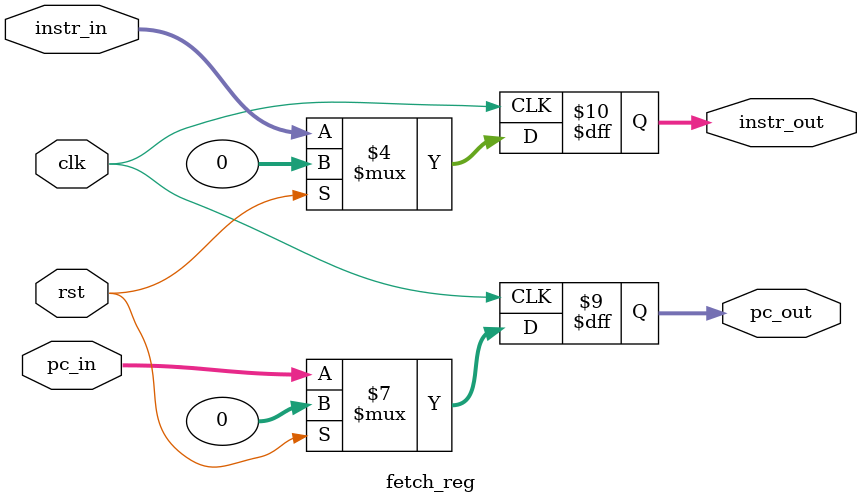
<source format=v>
module fetch_reg(clk, rst, pc_in, pc_out, instr_in, instr_out);
    input clk, rst;
    input [31:0] pc_in, instr_in;
    output reg [31:0] pc_out, instr_out;

    always @(posedge clk) begin
        if (rst == 1'b1) begin
            pc_out <= 32'h0;
            instr_out <= 32'h0;
        end
        else begin
            pc_out <= pc_in;
            instr_out <= instr_in;
        end
    end
endmodule
</source>
